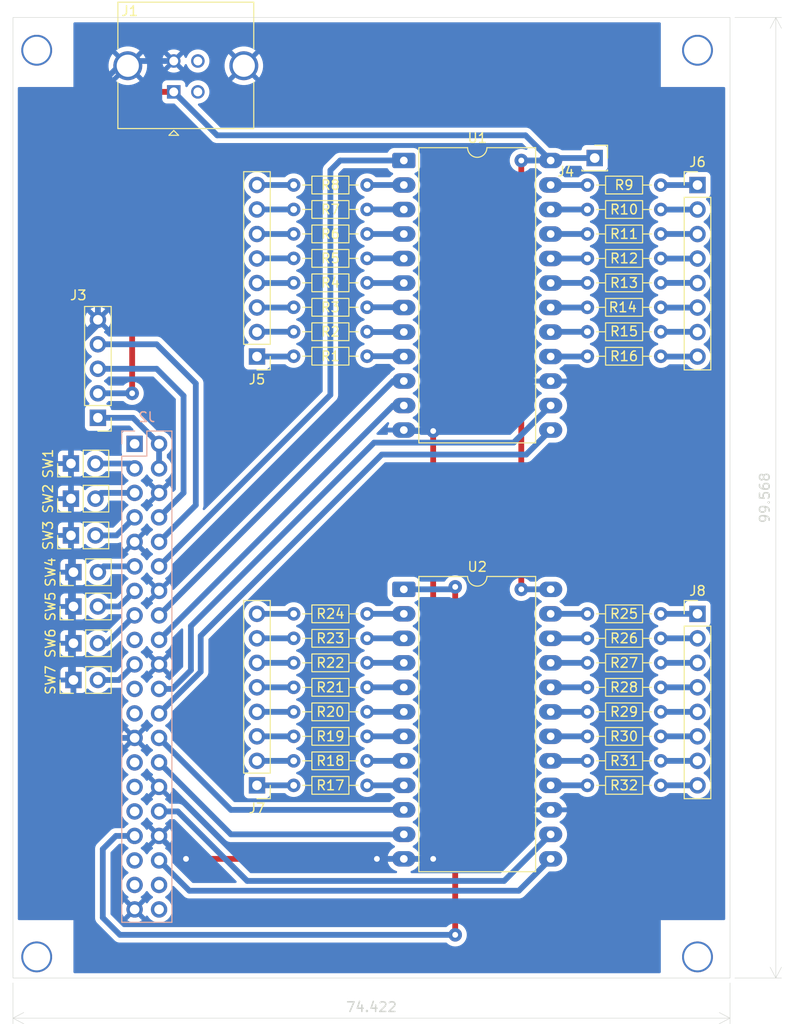
<source format=kicad_pcb>
(kicad_pcb (version 20241229) (generator "pcbnew") (generator_version "9.0")
  (title_block (title "Melody") (rev "1") (company "UTFPR") (comment 1 "Integration Workshop"))
  (layers (0 "F.Cu" signal) (2 "B.Cu" signal) (5 "F.SilkS" user "F.Silkscreen") (25 "Edge.Cuts" user))
  (net 0 "")
  (net 1 "/5V_OTHERS")
  (net 4 "GND")
  (net 5 "/G1")
  (net 7 "/G3")
  (net 9 "/MELODY_RX")
  (net 10 "/G2")
  (net 11 "/MELODY_TX")
  (net 12 "/G0")
  (net 13 "/BT_6")
  (net 14 "/BT_4")
  (net 15 "/R0")
  (net 16 "/R2")
  (net 17 "/5V_CPU")
  (net 20 "/R1")
  (net 21 "/BT_5")
  (net 22 "/PWM_GREEN")
  (net 23 "/BT_3")
  (net 24 "/BT_1")
  (net 25 "/BT_2")
  (net 26 "/PWM_RED")
  (net 27 "/BT_7")
  (net 28 "/R3")
  (net 29 "/GREEN_12")
  (net 30 "/GREEN_03")
  (net 31 "/GREEN_14")
  (net 32 "/GREEN_05")
  (net 33 "/GREEN_04")
  (net 34 "/GREEN_13")
  (net 35 "/GREEN_16")
  (net 36 "/GREEN_15")
  (net 37 "/GREEN_02")
  (net 38 "/GREEN_08")
  (net 39 "/GREEN_07")
  (net 40 "/GREEN_01")
  (net 41 "/GREEN_11")
  (net 42 "/GREEN_09")
  (net 43 "/GREEN_10")
  (net 44 "/GREEN_06")
  (net 45 "/RED_10")
  (net 46 "/RED_07")
  (net 47 "/RED_04")
  (net 48 "/RED_09")
  (net 49 "/RED_01")
  (net 50 "/RED_02")
  (net 51 "/RED_14")
  (net 52 "/RED_13")
  (net 53 "/RED_16")
  (net 54 "/RED_08")
  (net 55 "/RED_06")
  (net 56 "/RED_11")
  (net 57 "/RED_15")
  (net 58 "/RED_03")
  (net 59 "/RED_12")
  (net 60 "/RED_05")
  (net 68 "Net-(U1-I0)")
  (net 69 "Net-(U1-I1)")
  (net 70 "Net-(U1-I2)")
  (net 71 "Net-(U1-I3)")
  (net 72 "Net-(U1-I4)")
  (net 73 "Net-(U1-I5)")
  (net 74 "Net-(U1-I6)")
  (net 75 "Net-(U1-I7)")
  (net 76 "Net-(U1-I8)")
  (net 77 "Net-(U1-I9)")
  (net 78 "Net-(U1-I10)")
  (net 79 "Net-(U1-I15)")
  (net 80 "Net-(U1-I14)")
  (net 81 "Net-(U1-I13)")
  (net 82 "Net-(U1-I12)")
  (net 83 "Net-(U1-I11)")
  (net 84 "Net-(U2-I0)")
  (net 85 "Net-(U2-I1)")
  (net 86 "Net-(U2-I2)")
  (net 87 "Net-(U2-I3)")
  (net 88 "Net-(U2-I4)")
  (net 89 "Net-(U2-I5)")
  (net 90 "Net-(U2-I6)")
  (net 91 "Net-(U2-I7)")
  (net 92 "Net-(U2-I8)")
  (net 93 "Net-(U2-I9)")
  (net 94 "Net-(U2-I10)")
  (net 95 "Net-(U2-I15)")
  (net 96 "Net-(U2-I14)")
  (net 97 "Net-(U2-I13)")
  (net 98 "Net-(U2-I12)")
  (net 99 "Net-(U2-I11)")
  (footprint "Resistor_THT:R_Axial_DIN0204_L3.6mm_D1.6mm_P7.62mm_Horizontal" (layer "F.Cu") (at 147.32 71.1052 180)
    (property "Reference" "R5")
    (property "Value" "270R")
  )
  (footprint "Connector_PinHeader_2.54mm:PinHeader_1x02_P2.54mm_Vertical" (layer "F.Cu") (at 116.586 99.822 90)
    (property "Reference" "SW3")
    (property "Value" "SW_Push")
  )
  (footprint "Package_DIP:DIP-24_W15.24mm_LongPads" (layer "F.Cu") (at 151.13 105.41)
    (property "Reference" "U2")
    (property "Value" "CD4067")
  )
  (footprint "Resistor_THT:R_Axial_DIN0204_L3.6mm_D1.6mm_P7.62mm_Horizontal" (layer "F.Cu") (at 170.18 123.19)
    (property "Reference" "R31")
    (property "Value" "330R")
  )
  (footprint "Resistor_THT:R_Axial_DIN0204_L3.6mm_D1.6mm_P7.62mm_Horizontal" (layer "F.Cu") (at 147.32 115.57 180)
    (property "Reference" "R21")
    (property "Value" "330R")
  )
  (footprint "Resistor_THT:R_Axial_DIN0204_L3.6mm_D1.6mm_P7.62mm_Horizontal" (layer "F.Cu") (at 170.18 73.6452)
    (property "Reference" "R13")
    (property "Value" "270R")
  )
  (footprint "Resistor_THT:R_Axial_DIN0204_L3.6mm_D1.6mm_P7.62mm_Horizontal" (layer "F.Cu") (at 147.32 81.245467 180)
    (property "Reference" "R1")
    (property "Value" "270R")
  )
  (footprint "Resistor_THT:R_Axial_DIN0204_L3.6mm_D1.6mm_P7.62mm_Horizontal" (layer "F.Cu") (at 147.32 125.73 180)
    (property "Reference" "R17")
    (property "Value" "330R")
  )
  (footprint "Resistor_THT:R_Axial_DIN0204_L3.6mm_D1.6mm_P7.62mm_Horizontal" (layer "F.Cu") (at 147.32 118.11 180)
    (property "Reference" "R20")
    (property "Value" "330R")
  )
  (footprint "Connector_PinHeader_2.54mm:PinHeader_1x02_P2.54mm_Vertical" (layer "F.Cu") (at 116.84 107.188 90)
    (property "Reference" "SW5")
    (property "Value" "SW_Push")
  )
  (footprint "Resistor_THT:R_Axial_DIN0204_L3.6mm_D1.6mm_P7.62mm_Horizontal" (layer "F.Cu") (at 170.18 71.110133)
    (property "Reference" "R12")
    (property "Value" "270R")
  )
  (footprint "Resistor_THT:R_Axial_DIN0204_L3.6mm_D1.6mm_P7.62mm_Horizontal" (layer "F.Cu") (at 147.32 63.5 180)
    (property "Reference" "R8")
    (property "Value" "270R")
  )
  (footprint "Connector_USB:USB_B_TE_5787834_Vertical" (layer "F.Cu") (at 127.254 53.848 180)
    (property "Reference" "J1")
    (property "Value" "USB_B")
  )
  (footprint "Resistor_THT:R_Axial_DIN0204_L3.6mm_D1.6mm_P7.62mm_Horizontal" (layer "F.Cu") (at 170.18 68.575067)
    (property "Reference" "R11")
    (property "Value" "270R")
  )
  (footprint "Connector_PinHeader_2.54mm:PinHeader_1x08_P2.54mm_Vertical" (layer "F.Cu") (at 181.61 63.504933)
    (property "Reference" "J6")
    (property "Value" "Conn_01x08_Pin")
  )
  (footprint "Connector_PinHeader_2.54mm:PinHeader_1x02_P2.54mm_Vertical" (layer "F.Cu") (at 116.84 103.632 90)
    (property "Reference" "SW4")
    (property "Value" "SW_Push")
  )
  (footprint "Resistor_THT:R_Axial_DIN0204_L3.6mm_D1.6mm_P7.62mm_Horizontal" (layer "F.Cu") (at 147.32 68.570134 180)
    (property "Reference" "R6")
    (property "Value" "270R")
  )
  (footprint "Resistor_THT:R_Axial_DIN0204_L3.6mm_D1.6mm_P7.62mm_Horizontal" (layer "F.Cu") (at 170.18 76.180267)
    (property "Reference" "R14")
    (property "Value" "270R")
  )
  (footprint "Resistor_THT:R_Axial_DIN0204_L3.6mm_D1.6mm_P7.62mm_Horizontal" (layer "F.Cu") (at 147.32 66.035067 180)
    (property "Reference" "R7")
    (property "Value" "270R")
  )
  (footprint "Resistor_THT:R_Axial_DIN0204_L3.6mm_D1.6mm_P7.62mm_Horizontal" (layer "F.Cu") (at 147.32 123.19 180)
    (property "Reference" "R18")
    (property "Value" "330R")
  )
  (footprint "Resistor_THT:R_Axial_DIN0204_L3.6mm_D1.6mm_P7.62mm_Horizontal" (layer "F.Cu") (at 170.18 113.03)
    (property "Reference" "R27")
    (property "Value" "330R")
  )
  (footprint "Resistor_THT:R_Axial_DIN0204_L3.6mm_D1.6mm_P7.62mm_Horizontal" (layer "F.Cu") (at 147.32 113.03 180)
    (property "Reference" "R22")
    (property "Value" "330R")
  )
  (footprint "Connector_PinSocket_2.54mm:PinSocket_1x01_P2.54mm_Vertical" (layer "F.Cu") (at 170.942 60.706)
    (property "Reference" "J4")
    (property "Value" "Conn_01x01_Pin")
  )
  (footprint "Resistor_THT:R_Axial_DIN0204_L3.6mm_D1.6mm_P7.62mm_Horizontal" (layer "F.Cu") (at 170.18 107.95)
    (property "Reference" "R25")
    (property "Value" "330R")
  )
  (footprint "Connector_PinHeader_2.54mm:PinHeader_1x02_P2.54mm_Vertical" (layer "F.Cu") (at 116.586 92.371333 90)
    (property "Reference" "SW1")
    (property "Value" "SW_Push")
  )
  (footprint "Connector_PinHeader_2.54mm:PinHeader_1x08_P2.54mm_Vertical" (layer "F.Cu") (at 135.89 81.28 180)
    (property "Reference" "J5")
    (property "Value" "Conn_01x08_Pin")
  )
  (footprint "Resistor_THT:R_Axial_DIN0204_L3.6mm_D1.6mm_P7.62mm_Horizontal" (layer "F.Cu") (at 170.18 78.715333)
    (property "Reference" "R15")
    (property "Value" "270R")
  )
  (footprint "Resistor_THT:R_Axial_DIN0204_L3.6mm_D1.6mm_P7.62mm_Horizontal" (layer "F.Cu") (at 147.32 107.95 180)
    (property "Reference" "R24")
    (property "Value" "330R")
  )
  (footprint "Connector_PinHeader_2.54mm:PinHeader_1x08_P2.54mm_Vertical" (layer "F.Cu") (at 135.89 125.73 180)
    (property "Reference" "J7")
    (property "Value" "Conn_01x08_Pin")
  )
  (footprint "Resistor_THT:R_Axial_DIN0204_L3.6mm_D1.6mm_P7.62mm_Horizontal" (layer "F.Cu") (at 170.18 81.2504)
    (property "Reference" "R16")
    (property "Value" "270R")
  )
  (footprint "Resistor_THT:R_Axial_DIN0204_L3.6mm_D1.6mm_P7.62mm_Horizontal" (layer "F.Cu") (at 147.32 110.49 180)
    (property "Reference" "R23")
    (property "Value" "330R")
  )
  (footprint "Connector_PinHeader_2.54mm:PinHeader_1x02_P2.54mm_Vertical" (layer "F.Cu") (at 116.84 114.808 90)
    (property "Reference" "SW7")
    (property "Value" "SW_Push")
  )
  (footprint "Connector_PinHeader_2.54mm:PinHeader_1x02_P2.54mm_Vertical" (layer "F.Cu") (at 116.84 110.998 90)
    (property "Reference" "SW6")
    (property "Value" "SW_Push")
  )
  (footprint "Resistor_THT:R_Axial_DIN0204_L3.6mm_D1.6mm_P7.62mm_Horizontal" (layer "F.Cu") (at 170.18 110.49)
    (property "Reference" "R26")
    (property "Value" "330R")
  )
  (footprint "Package_DIP:DIP-24_W15.24mm_LongPads" (layer "F.Cu") (at 151.13 60.96)
    (property "Reference" "U1")
    (property "Value" "CD4067")
  )
  (footprint "Connector_PinHeader_2.54mm:PinHeader_1x08_P2.54mm_Vertical" (layer "F.Cu") (at 181.61 107.95)
    (property "Reference" "J8")
    (property "Value" "Conn_01x08_Pin")
  )
  (footprint "Resistor_THT:R_Axial_DIN0204_L3.6mm_D1.6mm_P7.62mm_Horizontal" (layer "F.Cu") (at 170.18 63.504933)
    (property "Reference" "R9")
    (property "Value" "270R")
  )
  (footprint "Resistor_THT:R_Axial_DIN0204_L3.6mm_D1.6mm_P7.62mm_Horizontal" (layer "F.Cu") (at 170.18 120.65)
    (property "Reference" "R30")
    (property "Value" "330R")
  )
  (footprint "Resistor_THT:R_Axial_DIN0204_L3.6mm_D1.6mm_P7.62mm_Horizontal" (layer "F.Cu") (at 147.32 73.640267 180)
    (property "Reference" "R4")
    (property "Value" "270R")
  )
  (footprint "Resistor_THT:R_Axial_DIN0204_L3.6mm_D1.6mm_P7.62mm_Horizontal" (layer "F.Cu") (at 147.32 76.175334 180)
    (property "Reference" "R3")
    (property "Value" "270R")
  )
  (footprint "Resistor_THT:R_Axial_DIN0204_L3.6mm_D1.6mm_P7.62mm_Horizontal" (layer "F.Cu") (at 170.18 125.73)
    (property "Reference" "R32")
    (property "Value" "330R")
  )
  (footprint "Resistor_THT:R_Axial_DIN0204_L3.6mm_D1.6mm_P7.62mm_Horizontal" (layer "F.Cu") (at 170.18 118.11)
    (property "Reference" "R29")
    (property "Value" "330R")
  )
  (footprint "Resistor_THT:R_Axial_DIN0204_L3.6mm_D1.6mm_P7.62mm_Horizontal" (layer "F.Cu") (at 147.32 120.65 180)
    (property "Reference" "R19")
    (property "Value" "330R")
  )
  (footprint "Resistor_THT:R_Axial_DIN0204_L3.6mm_D1.6mm_P7.62mm_Horizontal" (layer "F.Cu") (at 170.18 115.57)
    (property "Reference" "R28")
    (property "Value" "330R")
  )
  (footprint "Connector_PinHeader_2.54mm:PinHeader_1x02_P2.54mm_Vertical" (layer "F.Cu") (at 116.586 96.012 90)
    (property "Reference" "SW2")
    (property "Value" "SW_Push")
  )
  (footprint "Resistor_THT:R_Axial_DIN0204_L3.6mm_D1.6mm_P7.62mm_Horizontal" (layer "F.Cu") (at 147.32 78.7104 180)
    (property "Reference" "R2")
    (property "Value" "270R")
  )
  (footprint "Resistor_THT:R_Axial_DIN0204_L3.6mm_D1.6mm_P7.62mm_Horizontal" (layer "F.Cu") (at 170.18 66.04)
    (property "Reference" "R10")
    (property "Value" "270R")
  )
  (footprint "Connector_PinHeader_2.54mm:PinHeader_1x05_P2.54mm_Vertical" (layer "F.Cu") (at 119.38 87.63 180)
    (property "Reference" "J3")
    (property "Value" "Conn_01x05_Pin")
  )
  (footprint "Connector_PinSocket_2.54mm:PinSocket_2x20_P2.54mm_Vertical" (layer "B.Cu") (at 123.19 90.332 180)
    (property "Reference" "J2")
    (property "Value" "Raspberry_Pi_4")
  )
  (gr_rect (start 110.564 46.136) (end 184.986 145.704) (stroke (width 0.05)) (fill no) (layer "Edge.Cuts"))
  (dimension (type orthogonal) (layer "Edge.Cuts") (pts (xy 184.986 145.704) (xy 184.986 46.136)) (height 4.752) (orientation 1) (format (prefix "") (suffix "") (units 2) (units_format 0) (precision 4) (suppress_zeroes yes)) (style (thickness 0.05) (arrow_length 1.27) (text_position_mode 0) (arrow_direction outward) (extension_height 0.58642) (extension_offset 0.5) (keep_text_aligned yes)) (gr_text "99,568" (at 188.588 95.92 90) (layer "Edge.Cuts") (effects (font (size 1 1) (thickness 0.15)))))
  (dimension (type orthogonal) (layer "Edge.Cuts") (pts (xy 184.986 145.704) (xy 110.564 145.704)) (height 4.156) (orientation 0) (format (prefix "") (suffix "") (units 2) (units_format 0) (precision 4) (suppress_zeroes yes)) (style (thickness 0.05) (arrow_length 1.27) (text_position_mode 0) (arrow_direction outward) (extension_height 0.58642) (extension_offset 0.5) (keep_text_aligned yes)) (gr_text "74,422" (at 147.775 148.71 0) (layer "Edge.Cuts") (effects (font (size 1 1) (thickness 0.15)))))
  (via (at 113.03 143.51) (size 3.2) (drill 2.8) (layers "F.Cu" "B.Cu") (net 0))
  (via (at 181.61 49.53) (size 3.2) (drill 2.8) (layers "F.Cu" "B.Cu") (net 0))
  (via (at 113.03 49.53) (size 3.2) (drill 2.8) (layers "F.Cu" "B.Cu") (net 0))
  (via (at 181.61 143.51) (size 3.2) (drill 2.8) (layers "F.Cu" "B.Cu") (net 0))
  (segment (start 122.936 85.09) (end 122.936 56.134) (width 0.6) (layer "F.Cu") (net 1))
  (segment (start 122.936 56.134) (end 125.222 53.848) (width 0.6) (layer "F.Cu") (net 1))
  (segment (start 125.222 53.848) (end 127.254 53.848) (width 0.6) (layer "F.Cu") (net 1))
  (segment (start 163.322 60.96) (end 163.322 105.41) (width 0.6) (layer "F.Cu") (net 1))
  (via (at 122.936 85.09) (size 1.4) (drill 0.6) (layers "F.Cu" "B.Cu") (net 1))
  (via (at 163.322 105.41) (size 1.4) (drill 0.6) (layers "F.Cu" "B.Cu") (net 1))
  (via (at 163.322 60.96) (size 1.4) (drill 0.6) (layers "F.Cu" "B.Cu") (net 1))
  (segment (start 166.624 60.706) (end 166.37 60.96) (width 0.6) (layer "B.Cu") (net 1))
  (segment (start 163.322 105.41) (end 166.37 105.41) (width 0.6) (layer "B.Cu") (net 1))
  (segment (start 166.37 60.96) (end 163.761 58.351) (width 0.6) (layer "B.Cu") (net 1))
  (segment (start 166.37 60.96) (end 163.322 60.96) (width 0.6) (layer "B.Cu") (net 1))
  (segment (start 170.942 60.706) (end 166.624 60.706) (width 0.6) (layer "B.Cu") (net 1))
  (segment (start 119.38 85.09) (end 122.936 85.09) (width 0.6) (layer "B.Cu") (net 1))
  (segment (start 131.757 58.351) (end 127.254 53.848) (width 0.6) (layer "B.Cu") (net 1))
  (segment (start 163.761 58.351) (end 131.757 58.351) (width 0.6) (layer "B.Cu") (net 1))
  (segment (start 148.336 133.35) (end 128.524 133.35) (width 0.6) (layer "F.Cu") (net 4))
  (segment (start 154.178 133.35) (end 154.178 89.001) (width 0.6) (layer "F.Cu") (net 4))
  (via (at 148.336 133.35) (size 1.4) (drill 0.6) (layers "F.Cu" "B.Cu") (net 4))
  (via (at 154.178 89.001) (size 1.4) (drill 0.6) (layers "F.Cu" "B.Cu") (net 4))
  (via (at 154.178 133.35) (size 1.4) (drill 0.6) (layers "F.Cu" "B.Cu") (net 4))
  (via (at 128.524 133.35) (size 1.4) (drill 0.6) (layers "F.Cu" "B.Cu") (net 4))
  (segment (start 151.13 133.35) (end 154.178 133.35) (width 0.6) (layer "B.Cu") (net 4))
  (segment (start 119.634 120.812) (end 123.19 120.812) (width 0.6) (layer "B.Cu") (net 4))
  (segment (start 119.38 77.978) (end 119.38 77.47) (width 0.6) (layer "B.Cu") (net 4))
  (segment (start 122.974 50.648) (end 122.484 51.138) (width 0.6) (layer "B.Cu") (net 4))
  (segment (start 116.586 92.371333) (end 116.586 80.772) (width 0.6) (layer "B.Cu") (net 4))
  (segment (start 151.231 89.001) (end 151.13 88.9) (width 0.6) (layer "B.Cu") (net 4))
  (segment (start 119.38 53.34) (end 119.38 77.47) (width 0.6) (layer "B.Cu") (net 4))
  (segment (start 128.108 133.35) (end 125.73 130.972) (width 0.6) (layer "B.Cu") (net 4))
  (segment (start 116.586 114.554) (end 116.586 92.371333) (width 0.6) (layer "B.Cu") (net 4))
  (segment (start 121.582 51.138) (end 119.38 53.34) (width 0.6) (layer "B.Cu") (net 4))
  (segment (start 128.524 133.35) (end 128.108 133.35) (width 0.6) (layer "B.Cu") (net 4))
  (segment (start 116.84 118.018) (end 119.634 120.812) (width 0.6) (layer "B.Cu") (net 4))
  (segment (start 116.586 80.772) (end 119.38 77.978) (width 0.6) (layer "B.Cu") (net 4))
  (segment (start 122.484 51.138) (end 121.582 51.138) (width 0.6) (layer "B.Cu") (net 4))
  (segment (start 116.84 114.808) (end 116.586 114.554) (width 0.6) (layer "B.Cu") (net 4))
  (segment (start 127.254 50.648) (end 122.974 50.648) (width 0.6) (layer "B.Cu") (net 4))
  (segment (start 154.178 89.001) (end 151.231 89.001) (width 0.6) (layer "B.Cu") (net 4))
  (segment (start 151.13 133.35) (end 148.336 133.35) (width 0.6) (layer "B.Cu") (net 4))
  (segment (start 116.84 114.808) (end 116.84 118.018) (width 0.6) (layer "B.Cu") (net 4))
  (segment (start 150.022 86.36) (end 125.73 110.652) (width 0.6) (layer "B.Cu") (net 5))
  (segment (start 151.13 86.36) (end 150.022 86.36) (width 0.6) (layer "B.Cu") (net 5))
  (segment (start 148.844 91.44) (end 130.048 110.236) (width 0.6) (layer "B.Cu") (net 7))
  (segment (start 130.048 110.236) (end 130.048 113.954) (width 0.6) (layer "B.Cu") (net 7))
  (segment (start 166.37 88.9) (end 163.83 91.44) (width 0.6) (layer "B.Cu") (net 7))
  (segment (start 163.83 91.44) (end 148.844 91.44) (width 0.6) (layer "B.Cu") (net 7))
  (segment (start 130.048 113.954) (end 125.73 118.272) (width 0.6) (layer "B.Cu") (net 7))
  (segment (start 129.54 84.074) (end 125.476 80.01) (width 0.6) (layer "B.Cu") (net 9))
  (segment (start 125.73 100.492) (end 129.54 96.682) (width 0.6) (layer "B.Cu") (net 9))
  (segment (start 129.54 96.682) (end 129.54 84.074) (width 0.6) (layer "B.Cu") (net 9))
  (segment (start 125.476 80.01) (end 119.38 80.01) (width 0.6) (layer "B.Cu") (net 9))
  (segment (start 162.529 90.201) (end 148.051 90.201) (width 0.6) (layer "B.Cu") (net 10))
  (segment (start 166.37 86.36) (end 162.529 90.201) (width 0.6) (layer "B.Cu") (net 10))
  (segment (start 148.051 90.201) (end 129.032 109.22) (width 0.6) (layer "B.Cu") (net 10))
  (segment (start 129.032 109.22) (end 129.032 113.792) (width 0.6) (layer "B.Cu") (net 10))
  (segment (start 129.032 113.792) (end 127.092 115.732) (width 0.6) (layer "B.Cu") (net 10))
  (segment (start 127.092 115.732) (end 125.73 115.732) (width 0.6) (layer "B.Cu") (net 10))
  (segment (start 128.27 85.344) (end 125.476 82.55) (width 0.6) (layer "B.Cu") (net 11))
  (segment (start 128.27 95.412) (end 128.27 85.344) (width 0.6) (layer "B.Cu") (net 11))
  (segment (start 125.73 97.952) (end 128.27 95.412) (width 0.6) (layer "B.Cu") (net 11))
  (segment (start 125.476 82.55) (end 119.38 82.55) (width 0.6) (layer "B.Cu") (net 11))
  (segment (start 151.13 83.82) (end 150.022 83.82) (width 0.6) (layer "B.Cu") (net 12))
  (segment (start 150.022 83.82) (end 125.73 108.112) (width 0.6) (layer "B.Cu") (net 12))
  (segment (start 119.38 110.998) (end 120.304 110.998) (width 0.6) (layer "B.Cu") (net 13))
  (segment (start 120.304 110.998) (end 123.19 108.112) (width 0.6) (layer "B.Cu") (net 13))
  (segment (start 119.98 103.032) (end 119.38 103.632) (width 0.6) (layer "B.Cu") (net 14))
  (segment (start 123.19 103.032) (end 119.98 103.032) (width 0.6) (layer "B.Cu") (net 14))
  (segment (start 151.13 128.27) (end 133.188 128.27) (width 0.6) (layer "B.Cu") (net 15))
  (segment (start 133.188 128.27) (end 125.73 120.812) (width 0.6) (layer "B.Cu") (net 15))
  (segment (start 127.67 128.432) (end 125.73 128.432) (width 0.6) (layer "B.Cu") (net 16))
  (segment (start 166.37 130.81) (end 161.544 135.636) (width 0.6) (layer "B.Cu") (net 16))
  (segment (start 134.874 135.636) (end 127.67 128.432) (width 0.6) (layer "B.Cu") (net 16))
  (segment (start 161.544 135.636) (end 134.874 135.636) (width 0.6) (layer "B.Cu") (net 16))
  (segment (start 123.028 87.63) (end 119.38 87.63) (width 0.6) (layer "B.Cu") (net 17))
  (segment (start 125.73 92.872) (end 125.73 90.332) (width 0.6) (layer "B.Cu") (net 17))
  (segment (start 125.73 90.332) (end 123.028 87.63) (width 0.6) (layer "B.Cu") (net 17))
  (segment (start 133.188 130.81) (end 125.73 123.352) (width 0.6) (layer "B.Cu") (net 20))
  (segment (start 151.13 130.81) (end 133.188 130.81) (width 0.6) (layer "B.Cu") (net 20))
  (segment (start 121.574 107.188) (end 123.19 105.572) (width 0.6) (layer "B.Cu") (net 21))
  (segment (start 119.38 107.188) (end 121.574 107.188) (width 0.6) (layer "B.Cu") (net 21))
  (segment (start 144.526 60.96) (end 143.51 61.976) (width 0.6) (layer "B.Cu") (net 22))
  (segment (start 143.51 85.252) (end 125.73 103.032) (width 0.6) (layer "B.Cu") (net 22))
  (segment (start 151.13 60.96) (end 144.526 60.96) (width 0.6) (layer "B.Cu") (net 22))
  (segment (start 143.51 61.976) (end 143.51 85.252) (width 0.6) (layer "B.Cu") (net 22))
  (segment (start 121.32 99.822) (end 123.19 97.952) (width 0.6) (layer "B.Cu") (net 23))
  (segment (start 119.126 99.822) (end 121.32 99.822) (width 0.6) (layer "B.Cu") (net 23))
  (segment (start 122.689333 92.371333) (end 123.19 92.872) (width 0.6) (layer "B.Cu") (net 24))
  (segment (start 119.126 92.371333) (end 122.689333 92.371333) (width 0.6) (layer "B.Cu") (net 24))
  (segment (start 119.726 95.412) (end 119.126 96.012) (width 0.6) (layer "B.Cu") (net 25))
  (segment (start 123.19 95.412) (end 119.726 95.412) (width 0.6) (layer "B.Cu") (net 25))
  (segment (start 156.464 105.156) (end 156.464 141.224) (width 0.6) (layer "F.Cu") (net 26))
  (via (at 156.464 105.156) (size 1.4) (drill 0.6) (layers "F.Cu" "B.Cu") (net 26))
  (via (at 156.464 141.224) (size 1.4) (drill 0.6) (layers "F.Cu" "B.Cu") (net 26))
  (segment (start 151.13 105.41) (end 156.21 105.41) (width 0.6) (layer "B.Cu") (net 26))
  (segment (start 156.21 105.41) (end 156.464 105.156) (width 0.6) (layer "B.Cu") (net 26))
  (segment (start 121.666 141.224) (end 119.888 139.446) (width 0.6) (layer "B.Cu") (net 26))
  (segment (start 119.888 132.334) (end 121.25 130.972) (width 0.6) (layer "B.Cu") (net 26))
  (segment (start 156.464 141.224) (end 121.666 141.224) (width 0.6) (layer "B.Cu") (net 26))
  (segment (start 121.25 130.972) (end 123.19 130.972) (width 0.6) (layer "B.Cu") (net 26))
  (segment (start 119.888 139.446) (end 119.888 132.334) (width 0.6) (layer "B.Cu") (net 26))
  (segment (start 119.38 114.808) (end 121.574 114.808) (width 0.6) (layer "B.Cu") (net 27))
  (segment (start 121.574 114.808) (end 123.19 113.192) (width 0.6) (layer "B.Cu") (net 27))
  (segment (start 163.068 136.652) (end 128.87 136.652) (width 0.6) (layer "B.Cu") (net 28))
  (segment (start 166.37 133.35) (end 163.068 136.652) (width 0.6) (layer "B.Cu") (net 28))
  (segment (start 128.87 136.652) (end 125.73 133.512) (width 0.6) (layer "B.Cu") (net 28))
  (segment (start 181.61 71.124933) (end 177.8148 71.124933) (width 0.6) (layer "B.Cu") (net 29))
  (segment (start 177.8148 71.124933) (end 177.8 71.110133) (width 0.6) (layer "B.Cu") (net 29))
  (segment (start 135.89 76.2) (end 139.675334 76.2) (width 0.6) (layer "B.Cu") (net 30))
  (segment (start 139.675334 76.2) (end 139.7 76.175334) (width 0.6) (layer "B.Cu") (net 30))
  (segment (start 177.824666 76.204933) (end 177.8 76.180267) (width 0.6) (layer "B.Cu") (net 31))
  (segment (start 181.61 76.204933) (end 177.824666 76.204933) (width 0.6) (layer "B.Cu") (net 31))
  (segment (start 139.7 71.1052) (end 135.9048 71.1052) (width 0.6) (layer "B.Cu") (net 32))
  (segment (start 135.9048 71.1052) (end 135.89 71.12) (width 0.6) (layer "B.Cu") (net 32))
  (segment (start 139.680267 73.66) (end 139.7 73.640267) (width 0.6) (layer "B.Cu") (net 33))
  (segment (start 135.89 73.66) (end 139.680267 73.66) (width 0.6) (layer "B.Cu") (net 33))
  (segment (start 177.8 73.6452) (end 181.590267 73.6452) (width 0.6) (layer "B.Cu") (net 34))
  (segment (start 181.590267 73.6452) (end 181.61 73.664933) (width 0.6) (layer "B.Cu") (net 34))
  (segment (start 177.834533 81.284933) (end 177.8 81.2504) (width 0.6) (layer "B.Cu") (net 35))
  (segment (start 181.61 81.284933) (end 177.834533 81.284933) (width 0.6) (layer "B.Cu") (net 35))
  (segment (start 177.8 78.715333) (end 181.5804 78.715333) (width 0.6) (layer "B.Cu") (net 36))
  (segment (start 181.5804 78.715333) (end 181.61 78.744933) (width 0.6) (layer "B.Cu") (net 36))
  (segment (start 135.9196 78.7104) (end 135.89 78.74) (width 0.6) (layer "B.Cu") (net 37))
  (segment (start 139.7 78.7104) (end 135.9196 78.7104) (width 0.6) (layer "B.Cu") (net 37))
  (segment (start 135.89 63.5) (end 139.7 63.5) (width 0.6) (layer "B.Cu") (net 38))
  (segment (start 139.7 66.035067) (end 135.894933 66.035067) (width 0.6) (layer "B.Cu") (net 39))
  (segment (start 135.894933 66.035067) (end 135.89 66.04) (width 0.6) (layer "B.Cu") (net 39))
  (segment (start 135.89 81.28) (end 139.665467 81.28) (width 0.6) (layer "B.Cu") (net 40))
  (segment (start 139.665467 81.28) (end 139.7 81.245467) (width 0.6) (layer "B.Cu") (net 40))
  (segment (start 177.8 68.575067) (end 181.600134 68.575067) (width 0.6) (layer "B.Cu") (net 41))
  (segment (start 181.600134 68.575067) (end 181.61 68.584933) (width 0.6) (layer "B.Cu") (net 41))
  (segment (start 177.8 63.504933) (end 181.61 63.504933) (width 0.6) (layer "B.Cu") (net 42))
  (segment (start 181.61 66.044933) (end 177.804933 66.044933) (width 0.6) (layer "B.Cu") (net 43))
  (segment (start 177.804933 66.044933) (end 177.8 66.04) (width 0.6) (layer "B.Cu") (net 43))
  (segment (start 135.89 68.58) (end 139.690134 68.58) (width 0.6) (layer "B.Cu") (net 44))
  (segment (start 139.690134 68.58) (end 139.7 68.570134) (width 0.6) (layer "B.Cu") (net 44))
  (segment (start 177.8 110.49) (end 181.61 110.49) (width 0.6) (layer "B.Cu") (net 45))
  (segment (start 139.7 110.49) (end 135.89 110.49) (width 0.6) (layer "B.Cu") (net 46))
  (segment (start 135.89 118.11) (end 139.7 118.11) (width 0.6) (layer "B.Cu") (net 47))
  (segment (start 181.61 107.95) (end 177.8 107.95) (width 0.6) (layer "B.Cu") (net 48))
  (segment (start 139.7 125.73) (end 135.89 125.73) (width 0.6) (layer "B.Cu") (net 49))
  (segment (start 135.89 123.19) (end 139.7 123.19) (width 0.6) (layer "B.Cu") (net 50))
  (segment (start 177.8 120.65) (end 181.61 120.65) (width 0.6) (layer "B.Cu") (net 51))
  (segment (start 181.61 118.11) (end 177.8 118.11) (width 0.6) (layer "B.Cu") (net 52))
  (segment (start 177.8 125.73) (end 181.61 125.73) (width 0.6) (layer "B.Cu") (net 53))
  (segment (start 135.89 107.95) (end 139.7 107.95) (width 0.6) (layer "B.Cu") (net 54))
  (segment (start 135.89 113.03) (end 139.7 113.03) (width 0.6) (layer "B.Cu") (net 55))
  (segment (start 181.61 113.03) (end 177.8 113.03) (width 0.6) (layer "B.Cu") (net 56))
  (segment (start 181.61 123.19) (end 177.8 123.19) (width 0.6) (layer "B.Cu") (net 57))
  (segment (start 139.7 120.65) (end 135.89 120.65) (width 0.6) (layer "B.Cu") (net 58))
  (segment (start 177.8 115.57) (end 181.61 115.57) (width 0.6) (layer "B.Cu") (net 59))
  (segment (start 139.7 115.57) (end 135.89 115.57) (width 0.6) (layer "B.Cu") (net 60))
  (segment (start 147.32 81.245467) (end 151.095467 81.245467) (width 0.6) (layer "B.Cu") (net 68))
  (segment (start 151.095467 81.245467) (end 151.13 81.28) (width 0.6) (layer "B.Cu") (net 68))
  (segment (start 147.3496 78.74) (end 147.32 78.7104) (width 0.6) (layer "B.Cu") (net 69))
  (segment (start 151.13 78.74) (end 147.3496 78.74) (width 0.6) (layer "B.Cu") (net 69))
  (segment (start 147.32 76.175334) (end 151.105334 76.175334) (width 0.6) (layer "B.Cu") (net 70))
  (segment (start 151.105334 76.175334) (end 151.13 76.2) (width 0.6) (layer "B.Cu") (net 70))
  (segment (start 151.13 73.66) (end 147.339733 73.66) (width 0.6) (layer "B.Cu") (net 71))
  (segment (start 147.339733 73.66) (end 147.32 73.640267) (width 0.6) (layer "B.Cu") (net 71))
  (segment (start 151.1152 71.1052) (end 151.13 71.12) (width 0.6) (layer "B.Cu") (net 72))
  (segment (start 147.32 71.1052) (end 151.1152 71.1052) (width 0.6) (layer "B.Cu") (net 72))
  (segment (start 151.13 68.58) (end 147.329866 68.58) (width 0.6) (layer "B.Cu") (net 73))
  (segment (start 147.329866 68.58) (end 147.32 68.570134) (width 0.6) (layer "B.Cu") (net 73))
  (segment (start 151.125067 66.035067) (end 151.13 66.04) (width 0.6) (layer "B.Cu") (net 74))
  (segment (start 147.32 66.035067) (end 151.125067 66.035067) (width 0.6) (layer "B.Cu") (net 74))
  (segment (start 151.13 63.5) (end 147.32 63.5) (width 0.6) (layer "B.Cu") (net 75))
  (segment (start 166.374933 63.504933) (end 166.37 63.5) (width 0.6) (layer "B.Cu") (net 76))
  (segment (start 170.18 63.504933) (end 166.374933 63.504933) (width 0.6) (layer "B.Cu") (net 76))
  (segment (start 166.37 66.04) (end 170.18 66.04) (width 0.6) (layer "B.Cu") (net 77))
  (segment (start 166.374933 68.575067) (end 166.37 68.58) (width 0.6) (layer "B.Cu") (net 78))
  (segment (start 170.18 68.575067) (end 166.374933 68.575067) (width 0.6) (layer "B.Cu") (net 78))
  (segment (start 170.1504 81.28) (end 170.18 81.2504) (width 0.6) (layer "B.Cu") (net 79))
  (segment (start 166.37 81.28) (end 170.1504 81.28) (width 0.6) (layer "B.Cu") (net 79))
  (segment (start 170.18 78.715333) (end 166.394667 78.715333) (width 0.6) (layer "B.Cu") (net 80))
  (segment (start 166.394667 78.715333) (end 166.37 78.74) (width 0.6) (layer "B.Cu") (net 80))
  (segment (start 166.37 76.2) (end 170.160267 76.2) (width 0.6) (layer "B.Cu") (net 81))
  (segment (start 170.160267 76.2) (end 170.18 76.180267) (width 0.6) (layer "B.Cu") (net 81))
  (segment (start 166.3848 73.6452) (end 166.37 73.66) (width 0.6) (layer "B.Cu") (net 82))
  (segment (start 170.18 73.6452) (end 166.3848 73.6452) (width 0.6) (layer "B.Cu") (net 82))
  (segment (start 170.170133 71.12) (end 170.18 71.110133) (width 0.6) (layer "B.Cu") (net 83))
  (segment (start 166.37 71.12) (end 170.170133 71.12) (width 0.6) (layer "B.Cu") (net 83))
  (segment (start 151.13 125.73) (end 147.32 125.73) (width 0.6) (layer "B.Cu") (net 84))
  (segment (start 147.32 123.19) (end 151.13 123.19) (width 0.6) (layer "B.Cu") (net 85))
  (segment (start 151.13 120.65) (end 147.32 120.65) (width 0.6) (layer "B.Cu") (net 86))
  (segment (start 147.32 118.11) (end 151.13 118.11) (width 0.6) (layer "B.Cu") (net 87))
  (segment (start 151.13 115.57) (end 147.32 115.57) (width 0.6) (layer "B.Cu") (net 88))
  (segment (start 147.32 113.03) (end 151.13 113.03) (width 0.6) (layer "B.Cu") (net 89))
  (segment (start 151.13 110.49) (end 147.32 110.49) (width 0.6) (layer "B.Cu") (net 90))
  (segment (start 147.32 107.95) (end 151.13 107.95) (width 0.6) (layer "B.Cu") (net 91))
  (segment (start 170.18 107.95) (end 166.37 107.95) (width 0.6) (layer "B.Cu") (net 92))
  (segment (start 166.37 110.49) (end 170.18 110.49) (width 0.6) (layer "B.Cu") (net 93))
  (segment (start 170.18 113.03) (end 166.37 113.03) (width 0.6) (layer "B.Cu") (net 94))
  (segment (start 166.37 125.73) (end 170.18 125.73) (width 0.6) (layer "B.Cu") (net 95))
  (segment (start 170.18 123.19) (end 166.37 123.19) (width 0.6) (layer "B.Cu") (net 96))
  (segment (start 166.37 120.65) (end 170.18 120.65) (width 0.6) (layer "B.Cu") (net 97))
  (segment (start 170.18 118.11) (end 166.37 118.11) (width 0.6) (layer "B.Cu") (net 98))
  (segment (start 166.37 115.57) (end 170.18 115.57) (width 0.6) (layer "B.Cu") (net 99))
  (zone (net 4) (net_name "GND") (layer "B.Cu") (connect_pads (clearance 0.5)) (min_thickness 0.25) (fill yes (thermal_gap 0.5) (thermal_bridge_width 0.5))
    (polygon (pts (xy 177.8 53.34) (xy 177.8 45.651352) (xy 116.84 45.950909) (xy 116.84 53.34) (xy 109.22 53.34) (xy 109.22 139.7) (xy 116.84 139.7) (xy 116.84 146.05) (xy 177.8 146.05) (xy 177.8 139.7) (xy 185.42 139.7) (xy 185.42 53.34)))
  )
)
</source>
